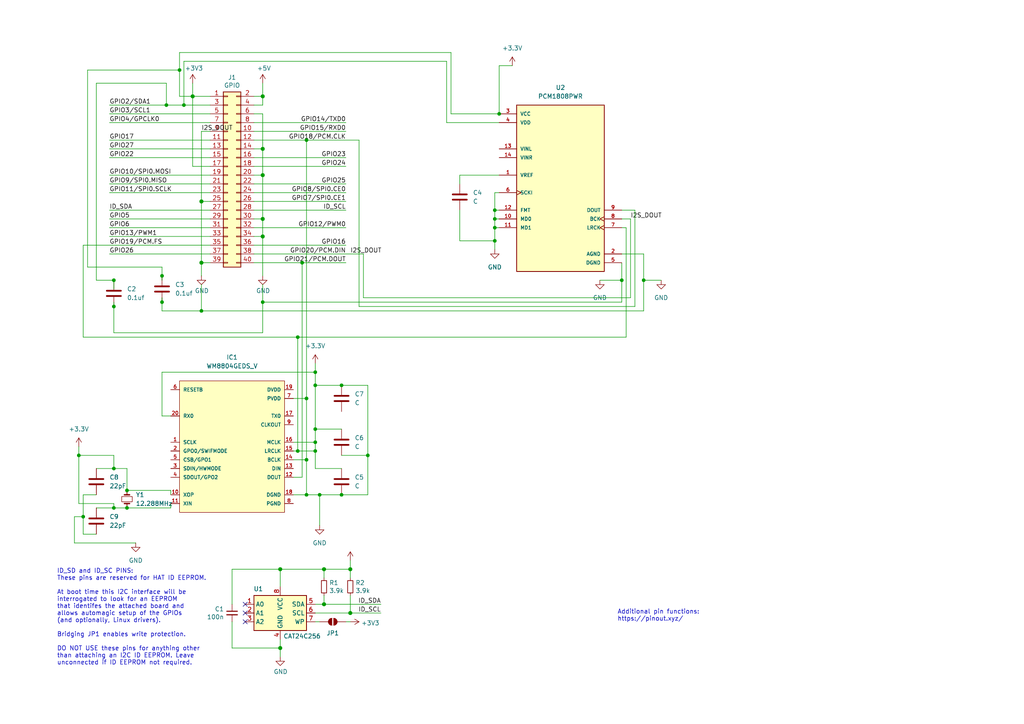
<source format=kicad_sch>
(kicad_sch (version 20250114) (generator "eeschema") (generator_version "9.0")
  (paper "A4")
  (title_block (date "15 nov 2012"))
  (lib_symbols
    (symbol "Connector_Generic:Conn_02x20_Odd_Even" (pin_names (offset 1.016) (hide yes))
      (property "Reference" "J" (at 1.27 25.4 0))
      (property "Value" "Conn_02x20_Odd_Even" (at 1.27 -27.94 0))
      (symbol "Conn_02x20_Odd_Even_1_1"
        (rectangle (start -1.27 24.13) (end 3.81 -26.67) (stroke (width 0.254)) (fill (type background)))
        (rectangle (start -1.27 22.987) (end 0 22.733) (stroke (width 0.1524)))
        (rectangle (start -1.27 20.447) (end 0 20.193) (stroke (width 0.1524)))
        (rectangle (start -1.27 17.907) (end 0 17.653) (stroke (width 0.1524)))
        (rectangle (start -1.27 15.367) (end 0 15.113) (stroke (width 0.1524)))
        (rectangle (start -1.27 12.827) (end 0 12.573) (stroke (width 0.1524)))
        (rectangle (start -1.27 10.287) (end 0 10.033) (stroke (width 0.1524)))
        (rectangle (start -1.27 7.747) (end 0 7.493) (stroke (width 0.1524)))
        (rectangle (start -1.27 5.207) (end 0 4.953) (stroke (width 0.1524)))
        (rectangle (start -1.27 2.667) (end 0 2.413) (stroke (width 0.1524)))
        (rectangle (start -1.27 0.127) (end 0 -0.127) (stroke (width 0.1524)))
        (rectangle (start -1.27 -2.413) (end 0 -2.667) (stroke (width 0.1524)))
        (rectangle (start -1.27 -4.953) (end 0 -5.207) (stroke (width 0.1524)))
        (rectangle (start -1.27 -7.493) (end 0 -7.747) (stroke (width 0.1524)))
        (rectangle (start -1.27 -10.033) (end 0 -10.287) (stroke (width 0.1524)))
        (rectangle (start -1.27 -12.573) (end 0 -12.827) (stroke (width 0.1524)))
        (rectangle (start -1.27 -15.113) (end 0 -15.367) (stroke (width 0.1524)))
        (rectangle (start -1.27 -17.653) (end 0 -17.907) (stroke (width 0.1524)))
        (rectangle (start -1.27 -20.193) (end 0 -20.447) (stroke (width 0.1524)))
        (rectangle (start -1.27 -22.733) (end 0 -22.987) (stroke (width 0.1524)))
        (rectangle (start -1.27 -25.273) (end 0 -25.527) (stroke (width 0.1524)))
        (rectangle (start 3.81 22.987) (end 2.54 22.733) (stroke (width 0.1524)))
        (rectangle (start 3.81 20.447) (end 2.54 20.193) (stroke (width 0.1524)))
        (rectangle (start 3.81 17.907) (end 2.54 17.653) (stroke (width 0.1524)))
        (rectangle (start 3.81 15.367) (end 2.54 15.113) (stroke (width 0.1524)))
        (rectangle (start 3.81 12.827) (end 2.54 12.573) (stroke (width 0.1524)))
        (rectangle (start 3.81 10.287) (end 2.54 10.033) (stroke (width 0.1524)))
        (rectangle (start 3.81 7.747) (end 2.54 7.493) (stroke (width 0.1524)))
        (rectangle (start 3.81 5.207) (end 2.54 4.953) (stroke (width 0.1524)))
        (rectangle (start 3.81 2.667) (end 2.54 2.413) (stroke (width 0.1524)))
        (rectangle (start 3.81 0.127) (end 2.54 -0.127) (stroke (width 0.1524)))
        (rectangle (start 3.81 -2.413) (end 2.54 -2.667) (stroke (width 0.1524)))
        (rectangle (start 3.81 -4.953) (end 2.54 -5.207) (stroke (width 0.1524)))
        (rectangle (start 3.81 -7.493) (end 2.54 -7.747) (stroke (width 0.1524)))
        (rectangle (start 3.81 -10.033) (end 2.54 -10.287) (stroke (width 0.1524)))
        (rectangle (start 3.81 -12.573) (end 2.54 -12.827) (stroke (width 0.1524)))
        (rectangle (start 3.81 -15.113) (end 2.54 -15.367) (stroke (width 0.1524)))
        (rectangle (start 3.81 -17.653) (end 2.54 -17.907) (stroke (width 0.1524)))
        (rectangle (start 3.81 -20.193) (end 2.54 -20.447) (stroke (width 0.1524)))
        (rectangle (start 3.81 -22.733) (end 2.54 -22.987) (stroke (width 0.1524)))
        (rectangle (start 3.81 -25.273) (end 2.54 -25.527) (stroke (width 0.1524)))
        (pin passive line (at -5.08 22.86 0) (length 3.81) (name "Pin_1") (number "1"))
        (pin passive line (at -5.08 20.32 0) (length 3.81) (name "Pin_3") (number "3"))
        (pin passive line (at -5.08 17.78 0) (length 3.81) (name "Pin_5") (number "5"))
        (pin passive line (at -5.08 15.24 0) (length 3.81) (name "Pin_7") (number "7"))
        (pin passive line (at -5.08 12.7 0) (length 3.81) (name "Pin_9") (number "9"))
        (pin passive line (at -5.08 10.16 0) (length 3.81) (name "Pin_11") (number "11"))
        (pin passive line (at -5.08 7.62 0) (length 3.81) (name "Pin_13") (number "13"))
        (pin passive line (at -5.08 5.08 0) (length 3.81) (name "Pin_15") (number "15"))
        (pin passive line (at -5.08 2.54 0) (length 3.81) (name "Pin_17") (number "17"))
        (pin passive line (at -5.08 0 0) (length 3.81) (name "Pin_19") (number "19"))
        (pin passive line (at -5.08 -2.54 0) (length 3.81) (name "Pin_21") (number "21"))
        (pin passive line (at -5.08 -5.08 0) (length 3.81) (name "Pin_23") (number "23"))
        (pin passive line (at -5.08 -7.62 0) (length 3.81) (name "Pin_25") (number "25"))
        (pin passive line (at -5.08 -10.16 0) (length 3.81) (name "Pin_27") (number "27"))
        (pin passive line (at -5.08 -12.7 0) (length 3.81) (name "Pin_29") (number "29"))
        (pin passive line (at -5.08 -15.24 0) (length 3.81) (name "Pin_31") (number "31"))
        (pin passive line (at -5.08 -17.78 0) (length 3.81) (name "Pin_33") (number "33"))
        (pin passive line (at -5.08 -20.32 0) (length 3.81) (name "Pin_35") (number "35"))
        (pin passive line (at -5.08 -22.86 0) (length 3.81) (name "Pin_37") (number "37"))
        (pin passive line (at -5.08 -25.4 0) (length 3.81) (name "Pin_39") (number "39"))
        (pin passive line (at 7.62 22.86 180) (length 3.81) (name "Pin_2") (number "2"))
        (pin passive line (at 7.62 20.32 180) (length 3.81) (name "Pin_4") (number "4"))
        (pin passive line (at 7.62 17.78 180) (length 3.81) (name "Pin_6") (number "6"))
        (pin passive line (at 7.62 15.24 180) (length 3.81) (name "Pin_8") (number "8"))
        (pin passive line (at 7.62 12.7 180) (length 3.81) (name "Pin_10") (number "10"))
        (pin passive line (at 7.62 10.16 180) (length 3.81) (name "Pin_12") (number "12"))
        (pin passive line (at 7.62 7.62 180) (length 3.81) (name "Pin_14") (number "14"))
        (pin passive line (at 7.62 5.08 180) (length 3.81) (name "Pin_16") (number "16"))
        (pin passive line (at 7.62 2.54 180) (length 3.81) (name "Pin_18") (number "18"))
        (pin passive line (at 7.62 0 180) (length 3.81) (name "Pin_20") (number "20"))
        (pin passive line (at 7.62 -2.54 180) (length 3.81) (name "Pin_22") (number "22"))
        (pin passive line (at 7.62 -5.08 180) (length 3.81) (name "Pin_24") (number "24"))
        (pin passive line (at 7.62 -7.62 180) (length 3.81) (name "Pin_26") (number "26"))
        (pin passive line (at 7.62 -10.16 180) (length 3.81) (name "Pin_28") (number "28"))
        (pin passive line (at 7.62 -12.7 180) (length 3.81) (name "Pin_30") (number "30"))
        (pin passive line (at 7.62 -15.24 180) (length 3.81) (name "Pin_32") (number "32"))
        (pin passive line (at 7.62 -17.78 180) (length 3.81) (name "Pin_34") (number "34"))
        (pin passive line (at 7.62 -20.32 180) (length 3.81) (name "Pin_36") (number "36"))
        (pin passive line (at 7.62 -22.86 180) (length 3.81) (name "Pin_38") (number "38"))
        (pin passive line (at 7.62 -25.4 180) (length 3.81) (name "Pin_40") (number "40"))
      )
    )
    (symbol "Device:C" (pin_numbers (hide yes)) (pin_names (offset 0.254))
      (property "Reference" "C" (at 0.635 2.54 0))
      (property "Value" "C" (at 0.635 -2.54 0))
      (symbol "C_0_1"
        (polyline (pts (xy -2.032 0.762) (xy 2.032 0.762)) (stroke (width 0.508)))
        (polyline (pts (xy -2.032 -0.762) (xy 2.032 -0.762)) (stroke (width 0.508)))
      )
      (symbol "C_1_1"
        (pin passive line (at 0 3.81 270) (length 2.794) (name "~") (number "1"))
        (pin passive line (at 0 -3.81 90) (length 2.794) (name "~") (number "2"))
      )
    )
    (symbol "Device:C_Small" (pin_numbers (hide yes)) (pin_names (offset 0.254) (hide yes))
      (property "Reference" "C" (at 0.254 1.778 0))
      (property "Value" "C_Small" (at 0.254 -2.032 0))
      (symbol "C_Small_0_1"
        (polyline (pts (xy -1.524 0.508) (xy 1.524 0.508)) (stroke (width 0.3048)))
        (polyline (pts (xy -1.524 -0.508) (xy 1.524 -0.508)) (stroke (width 0.3302)))
      )
      (symbol "C_Small_1_1"
        (pin passive line (at 0 2.54 270) (length 2.032) (name "~") (number "1"))
        (pin passive line (at 0 -2.54 90) (length 2.032) (name "~") (number "2"))
      )
    )
    (symbol "Device:Crystal_Small" (pin_numbers (hide yes)) (pin_names (offset 1.016) (hide yes))
      (property "Reference" "Y" (at 0 2.54 0))
      (property "Value" "Crystal_Small" (at 0 -2.54 0))
      (symbol "Crystal_Small_0_1"
        (polyline (pts (xy -1.27 -0.762) (xy -1.27 0.762)) (stroke (width 0.381)))
        (rectangle (start -0.762 -1.524) (end 0.762 1.524))
        (polyline (pts (xy 1.27 -0.762) (xy 1.27 0.762)) (stroke (width 0.381)))
      )
      (symbol "Crystal_Small_1_1"
        (pin passive line (at -2.54 0 0) (length 1.27) (name "1") (number "1"))
        (pin passive line (at 2.54 0 180) (length 1.27) (name "2") (number "2"))
      )
    )
    (symbol "Device:R_Small" (pin_numbers (hide yes)) (pin_names (offset 0.254) (hide yes))
      (property "Reference" "R" (at 0.762 0.508 0))
      (property "Value" "R_Small" (at 0.762 -1.016 0))
      (symbol "R_Small_0_1"
        (rectangle (start -0.762 1.778) (end 0.762 -1.778) (stroke (width 0.2032)))
      )
      (symbol "R_Small_1_1"
        (pin passive line (at 0 2.54 270) (length 0.762) (name "~") (number "1"))
        (pin passive line (at 0 -2.54 90) (length 0.762) (name "~") (number "2"))
      )
    )
    (symbol "Jumper:SolderJumper_2_Open" (pin_numbers (hide yes)) (pin_names (offset 0) (hide yes)) (exclude_from_sim yes) (in_bom no)
      (property "Reference" "JP" (at 0 2.032 0))
      (property "Value" "SolderJumper_2_Open" (at 0 -2.54 0))
      (symbol "SolderJumper_2_Open_0_1"
        (polyline (pts (xy -0.254 1.016) (xy -0.254 -1.016)))
        (arc (start -0.254 -1.016) (mid -1.2656 0) (end -0.254 1.016))
        (arc (start -0.254 -1.016) (mid -1.2656 0) (end -0.254 1.016) (fill (type outline)))
        (arc (start 0.254 1.016) (mid 1.2656 0) (end 0.254 -1.016))
        (arc (start 0.254 1.016) (mid 1.2656 0) (end 0.254 -1.016) (fill (type outline)))
        (polyline (pts (xy 0.254 1.016) (xy 0.254 -1.016)))
      )
      (symbol "SolderJumper_2_Open_1_1"
        (pin passive line (at -3.81 0 0) (length 2.54) (name "A") (number "1"))
        (pin passive line (at 3.81 0 180) (length 2.54) (name "B") (number "2"))
      )
    )
    (symbol "Memory_EEPROM:CAT24C256"
      (property "Reference" "U" (at -6.35 6.35 0))
      (property "Value" "CAT24C256" (at 1.27 6.35 0))
      (symbol "CAT24C256_1_1"
        (rectangle (start -7.62 5.08) (end 7.62 -5.08) (stroke (width 0.254)) (fill (type background)))
        (pin input line (at -10.16 2.54 0) (length 2.54) (name "A0") (number "1"))
        (pin input line (at -10.16 0 0) (length 2.54) (name "A1") (number "2"))
        (pin input line (at -10.16 -2.54 0) (length 2.54) (name "A2") (number "3"))
        (pin power_in line (at 0 7.62 270) (length 2.54) (name "VCC") (number "8"))
        (pin power_in line (at 0 -7.62 90) (length 2.54) (name "GND") (number "4"))
        (pin bidirectional line (at 10.16 2.54 180) (length 2.54) (name "SDA") (number "5"))
        (pin input line (at 10.16 0 180) (length 2.54) (name "SCL") (number "6"))
        (pin input line (at 10.16 -2.54 180) (length 2.54) (name "WP") (number "7"))
      )
    )
    (symbol "PCM1808PWR:PCM1808PWR" (pin_names (offset 1.016))
      (property "Reference" "U" (at -12.7 24.13 0))
      (property "Value" "PCM1808PWR" (at -12.7 -27.94 0))
      (symbol "PCM1808PWR_0_0"
        (rectangle (start -12.7 -25.4) (end 12.7 22.86) (stroke (width 0.254)) (fill (type background)))
        (pin power_in line (at -17.78 20.32 0) (length 5.08) (name "VCC") (number "3"))
        (pin power_in line (at -17.78 17.78 0) (length 5.08) (name "VDD") (number "4"))
        (pin input line (at -17.78 10.16 0) (length 5.08) (name "VINL") (number "13"))
        (pin input line (at -17.78 7.62 0) (length 5.08) (name "VINR") (number "14"))
        (pin input line (at -17.78 2.54 0) (length 5.08) (name "VREF") (number "1"))
        (pin input clock (at -17.78 -2.54 0) (length 5.08) (name "SCKI") (number "6"))
        (pin input line (at -17.78 -7.62 0) (length 5.08) (name "FMT") (number "12"))
        (pin input line (at -17.78 -10.16 0) (length 5.08) (name "MD0") (number "10"))
        (pin input line (at -17.78 -12.7 0) (length 5.08) (name "MD1") (number "11"))
        (pin output line (at 17.78 -7.62 180) (length 5.08) (name "DOUT") (number "9"))
        (pin bidirectional clock (at 17.78 -10.16 180) (length 5.08) (name "BCK") (number "8"))
        (pin bidirectional clock (at 17.78 -12.7 180) (length 5.08) (name "LRCK") (number "7"))
        (pin power_in line (at 17.78 -20.32 180) (length 5.08) (name "AGND") (number "2"))
        (pin power_in line (at 17.78 -22.86 180) (length 5.08) (name "DGND") (number "5"))
      )
    )
    (symbol "WM8804GEDS_V:WM8804GEDS_V" (pin_names (offset 1.016))
      (property "Reference" "IC" (at -15.24 13.97 0))
      (property "Value" "WM8804GEDS_V" (at -15.24 -27.94 0))
      (symbol "WM8804GEDS_V_0_0"
        (rectangle (start -15.24 -25.4) (end 15.24 12.7) (stroke (width 0.1524)) (fill (type background)))
        (pin bidirectional line (at -17.78 10.16 0) (length 2.54) (name "RESETB") (number "6"))
        (pin bidirectional line (at -17.78 2.54 0) (length 2.54) (name "RX0") (number "20"))
        (pin bidirectional line (at -17.78 -5.08 0) (length 2.54) (name "SCLK") (number "1"))
        (pin bidirectional line (at -17.78 -7.62 0) (length 2.54) (name "GPO0/SWIFMODE") (number "2"))
        (pin bidirectional line (at -17.78 -10.16 0) (length 2.54) (name "CSB/GPO1") (number "5"))
        (pin bidirectional line (at -17.78 -12.7 0) (length 2.54) (name "SDIN/HWMODE") (number "3"))
        (pin bidirectional line (at -17.78 -15.24 0) (length 2.54) (name "SDOUT/GPO2") (number "4"))
        (pin bidirectional line (at -17.78 -20.32 0) (length 2.54) (name "XOP") (number "10"))
        (pin bidirectional line (at -17.78 -22.86 0) (length 2.54) (name "XIN") (number "11"))
        (pin bidirectional line (at 17.78 10.16 180) (length 2.54) (name "DVDD") (number "19"))
        (pin bidirectional line (at 17.78 7.62 180) (length 2.54) (name "PVDD") (number "7"))
        (pin bidirectional line (at 17.78 2.54 180) (length 2.54) (name "TX0") (number "17"))
        (pin bidirectional line (at 17.78 0 180) (length 2.54) (name "CLKOUT") (number "9"))
        (pin bidirectional line (at 17.78 -5.08 180) (length 2.54) (name "MCLK") (number "16"))
        (pin bidirectional line (at 17.78 -7.62 180) (length 2.54) (name "LRCLK") (number "15"))
        (pin bidirectional line (at 17.78 -10.16 180) (length 2.54) (name "BCLK") (number "14"))
        (pin bidirectional line (at 17.78 -12.7 180) (length 2.54) (name "DIN") (number "13"))
        (pin bidirectional line (at 17.78 -15.24 180) (length 2.54) (name "DOUT") (number "12"))
        (pin bidirectional line (at 17.78 -20.32 180) (length 2.54) (name "DGND") (number "18"))
        (pin bidirectional line (at 17.78 -22.86 180) (length 2.54) (name "PGND") (number "8"))
      )
    )
    (symbol "power:+3.3V" (power) (pin_numbers (hide yes)) (pin_names (offset 0) (hide yes))
      (property "Value" "+3.3V" (at 0 3.556 0))
      (symbol "+3.3V_0_1"
        (polyline (pts (xy -0.762 1.27) (xy 0 2.54)))
        (polyline (pts (xy 0 2.54) (xy 0.762 1.27)))
        (polyline (pts (xy 0 0) (xy 0 2.54)))
      )
      (symbol "+3.3V_1_1"
        (pin power_in line (at 0 0 90) (length 0) (name "~") (number "1"))
      )
    )
    (symbol "power:+5V" (power) (pin_numbers (hide yes)) (pin_names (offset 0) (hide yes))
      (property "Value" "+5V" (at 0 3.556 0))
      (symbol "+5V_0_1"
        (polyline (pts (xy -0.762 1.27) (xy 0 2.54)))
        (polyline (pts (xy 0 2.54) (xy 0.762 1.27)))
        (polyline (pts (xy 0 0) (xy 0 2.54)))
      )
      (symbol "+5V_1_1"
        (pin power_in line (at 0 0 90) (length 0) (name "~") (number "1"))
      )
    )
    (symbol "power:GND" (power) (pin_numbers (hide yes)) (pin_names (offset 0) (hide yes))
      (property "Value" "GND" (at 0 -3.81 0))
      (symbol "GND_0_1"
        (polyline (pts (xy 0 0) (xy 0 -1.27) (xy 1.27 -1.27) (xy 0 -2.54) (xy -1.27 -1.27) (xy 0 -1.27)))
      )
      (symbol "GND_1_1"
        (pin power_in line (at 0 0 270) (length 0) (name "~") (number "1"))
      )
    )
  )
  (text "Additional pin functions:\nhttps://pinout.xyz/" (at 179.07 180.34 0) (effects (font (size 1.27 1.27)) (justify left bottom)))
  (text "ID_SD and ID_SC PINS:\nThese pins are reserved for HAT ID EEPROM.\n\nAt boot time this I2C interface will be\ninterrogated to look for an EEPROM\nthat identifes the attached board and\nallows automagic setup of the GPIOs\n(and optionally, Linux drivers).\n\nBridging JP1 enables write protection.\n\nDO NOT USE these pins for anything other\nthan attaching an I2C ID EEPROM. Leave\nunconnected if ID EEPROM not required." (at 16.51 193.04 0) (effects (font (size 1.27 1.27)) (justify left bottom)))
  (junction (at 93.98 175.26) (diameter 1.016))
  (junction (at 76.2 27.94) (diameter 1.016))
  (junction (at 81.28 187.96) (diameter 1.016))
  (junction (at 143.51 63.5))
  (junction (at 33.02 147.32))
  (junction (at 76.2 43.18) (diameter 1.016))
  (junction (at 81.28 165.1) (diameter 1.016))
  (junction (at 36.83 147.32))
  (junction (at 143.51 69.85))
  (junction (at 33.02 135.89))
  (junction (at 88.9 40.64))
  (junction (at 99.06 143.51))
  (junction (at 101.6 165.1) (diameter 1.016))
  (junction (at 52.07 20.32))
  (junction (at 88.9 115.57))
  (junction (at 106.68 132.08))
  (junction (at 88.9 133.35))
  (junction (at 58.42 76.2) (diameter 1.016))
  (junction (at 180.34 81.28))
  (junction (at 91.44 107.95))
  (junction (at 58.42 58.42) (diameter 1.016))
  (junction (at 46.99 87.63))
  (junction (at 53.34 30.48))
  (junction (at 36.83 142.24))
  (junction (at 76.2 68.58) (diameter 1.016))
  (junction (at 86.36 130.81))
  (junction (at 99.06 111.76))
  (junction (at 144.78 33.02))
  (junction (at 46.99 80.01))
  (junction (at 48.26 30.48))
  (junction (at 186.69 81.28))
  (junction (at 58.42 90.17))
  (junction (at 143.51 66.04))
  (junction (at 76.2 63.5) (diameter 1.016))
  (junction (at 91.44 130.81))
  (junction (at 87.63 76.2))
  (junction (at 76.2 87.63))
  (junction (at 76.2 50.8) (diameter 1.016))
  (junction (at 91.44 128.27))
  (junction (at 33.02 81.28))
  (junction (at 101.6 177.8) (diameter 1.016))
  (junction (at 91.44 124.46))
  (junction (at 22.86 132.08))
  (junction (at 24.13 149.86))
  (junction (at 91.44 111.76))
  (junction (at 88.9 143.51))
  (junction (at 143.51 60.96))
  (junction (at 86.36 97.79))
  (junction (at 92.71 143.51))
  (junction (at 33.02 88.9))
  (junction (at 55.88 27.94) (diameter 1.016))
  (junction (at 93.98 165.1) (diameter 1.016))
  (no_connect (at 71.12 175.26))
  (no_connect (at 71.12 177.8))
  (no_connect (at 71.12 180.34))
  (wire (pts (xy 144.78 55.88) (xy 143.51 55.88)))
  (wire (pts (xy 58.42 58.42) (xy 58.42 76.2)))
  (wire (pts (xy 73.66 58.42) (xy 100.33 58.42)))
  (wire (pts (xy 73.66 73.66) (xy 105.41 73.66)))
  (wire (pts (xy 27.94 147.32) (xy 33.02 147.32)))
  (wire (pts (xy 60.96 40.64) (xy 31.75 40.64)))
  (wire (pts (xy 81.28 165.1) (xy 93.98 165.1)))
  (wire (pts (xy 101.6 165.1) (xy 93.98 165.1)))
  (wire (pts (xy 101.6 167.64) (xy 101.6 165.1)))
  (wire (pts (xy 24.13 154.94) (xy 24.13 149.86)))
  (wire (pts (xy 76.2 33.02) (xy 76.2 43.18)))
  (wire (pts (xy 33.02 87.63) (xy 33.02 88.9)))
  (wire (pts (xy 76.2 50.8) (xy 73.66 50.8)))
  (wire (pts (xy 105.41 86.36) (xy 182.88 86.36)))
  (wire (pts (xy 46.99 80.01) (xy 46.99 81.28)))
  (wire (pts (xy 24.13 149.86) (xy 24.13 143.51)))
  (wire (pts (xy 52.07 27.94) (xy 52.07 20.32)))
  (wire (pts (xy 76.2 63.5) (xy 76.2 68.58)))
  (wire (pts (xy 27.94 154.94) (xy 24.13 154.94)))
  (wire (pts (xy 27.94 135.89) (xy 33.02 135.89)))
  (wire (pts (xy 46.99 86.36) (xy 46.99 87.63)))
  (wire (pts (xy 181.61 66.04) (xy 181.61 97.79)))
  (wire (pts (xy 91.44 130.81) (xy 91.44 135.89)))
  (wire (pts (xy 180.34 73.66) (xy 186.69 73.66)))
  (wire (pts (xy 33.02 135.89) (xy 36.83 135.89)))
  (wire (pts (xy 76.2 50.8) (xy 76.2 63.5)))
  (wire (pts (xy 73.66 35.56) (xy 100.33 35.56)))
  (wire (pts (xy 46.99 87.63) (xy 46.99 90.17)))
  (wire (pts (xy 58.42 38.1) (xy 58.42 58.42)))
  (wire (pts (xy 25.4 77.47) (xy 25.4 20.32)))
  (wire (pts (xy 186.69 90.17) (xy 186.69 81.28)))
  (wire (pts (xy 91.44 175.26) (xy 93.98 175.26)))
  (wire (pts (xy 93.98 175.26) (xy 110.49 175.26)))
  (wire (pts (xy 88.9 40.64) (xy 104.14 40.64)))
  (wire (pts (xy 21.59 149.86) (xy 24.13 149.86)))
  (wire (pts (xy 55.88 27.94) (xy 52.07 27.94)))
  (wire (pts (xy 181.61 97.79) (xy 86.36 97.79)))
  (wire (pts (xy 91.44 180.34) (xy 92.71 180.34)))
  (wire (pts (xy 100.33 180.34) (xy 101.6 180.34)))
  (wire (pts (xy 186.69 81.28) (xy 191.77 81.28)))
  (wire (pts (xy 87.63 76.2) (xy 100.33 76.2)))
  (wire (pts (xy 73.66 55.88) (xy 100.33 55.88)))
  (wire (pts (xy 48.26 24.13) (xy 27.94 24.13)))
  (wire (pts (xy 60.96 60.96) (xy 31.75 60.96)))
  (wire (pts (xy 49.53 120.65) (xy 46.99 120.65)))
  (wire (pts (xy 73.66 40.64) (xy 88.9 40.64)))
  (wire (pts (xy 36.83 135.89) (xy 36.83 142.24)))
  (wire (pts (xy 85.09 133.35) (xy 88.9 133.35)))
  (wire (pts (xy 31.75 63.5) (xy 60.96 63.5)))
  (wire (pts (xy 184.15 60.96) (xy 184.15 88.9)))
  (wire (pts (xy 48.26 30.48) (xy 31.75 30.48)))
  (wire (pts (xy 88.9 143.51) (xy 92.71 143.51)))
  (wire (pts (xy 144.78 19.05) (xy 144.78 33.02)))
  (wire (pts (xy 58.42 58.42) (xy 60.96 58.42)))
  (wire (pts (xy 101.6 162.56) (xy 101.6 165.1)))
  (wire (pts (xy 86.36 130.81) (xy 91.44 130.81)))
  (wire (pts (xy 73.66 45.72) (xy 100.33 45.72)))
  (wire (pts (xy 81.28 165.1) (xy 81.28 170.18)))
  (wire (pts (xy 53.34 17.78) (xy 129.54 17.78)))
  (wire (pts (xy 105.41 73.66) (xy 105.41 86.36)))
  (wire (pts (xy 73.66 76.2) (xy 87.63 76.2)))
  (wire (pts (xy 58.42 76.2) (xy 58.42 80.01)))
  (wire (pts (xy 31.75 43.18) (xy 60.96 43.18)))
  (wire (pts (xy 101.6 172.72) (xy 101.6 177.8)))
  (wire (pts (xy 186.69 81.28) (xy 186.69 73.66)))
  (wire (pts (xy 55.88 24.13) (xy 55.88 27.94)))
  (wire (pts (xy 91.44 111.76) (xy 99.06 111.76)))
  (wire (pts (xy 25.4 20.32) (xy 52.07 20.32)))
  (wire (pts (xy 36.83 142.24) (xy 49.53 142.24)))
  (wire (pts (xy 144.78 50.8) (xy 133.35 50.8)))
  (wire (pts (xy 180.34 66.04) (xy 181.61 66.04)))
  (wire (pts (xy 133.35 69.85) (xy 143.51 69.85)))
  (wire (pts (xy 144.78 35.56) (xy 129.54 35.56)))
  (wire (pts (xy 104.14 40.64) (xy 104.14 88.9)))
  (wire (pts (xy 46.99 77.47) (xy 46.99 80.01)))
  (wire (pts (xy 76.2 68.58) (xy 73.66 68.58)))
  (wire (pts (xy 91.44 111.76) (xy 91.44 124.46)))
  (wire (pts (xy 21.59 157.48) (xy 39.37 157.48)))
  (wire (pts (xy 24.13 71.12) (xy 60.96 71.12)))
  (wire (pts (xy 143.51 66.04) (xy 143.51 69.85)))
  (wire (pts (xy 31.75 33.02) (xy 60.96 33.02)))
  (wire (pts (xy 31.75 55.88) (xy 60.96 55.88)))
  (wire (pts (xy 88.9 40.64) (xy 88.9 115.57)))
  (wire (pts (xy 184.15 88.9) (xy 104.14 88.9)))
  (wire (pts (xy 55.88 48.26) (xy 60.96 48.26)))
  (wire (pts (xy 173.99 81.28) (xy 180.34 81.28)))
  (wire (pts (xy 33.02 147.32) (xy 36.83 147.32)))
  (wire (pts (xy 148.59 19.05) (xy 144.78 19.05)))
  (wire (pts (xy 60.96 30.48) (xy 53.34 30.48)))
  (wire (pts (xy 58.42 38.1) (xy 60.96 38.1)))
  (wire (pts (xy 22.86 146.05) (xy 22.86 132.08)))
  (wire (pts (xy 76.2 27.94) (xy 76.2 30.48)))
  (wire (pts (xy 33.02 132.08) (xy 22.86 132.08)))
  (wire (pts (xy 76.2 43.18) (xy 76.2 50.8)))
  (wire (pts (xy 91.44 135.89) (xy 99.06 135.89)))
  (wire (pts (xy 76.2 96.52) (xy 76.2 87.63)))
  (wire (pts (xy 58.42 82.55) (xy 58.42 90.17)))
  (wire (pts (xy 76.2 43.18) (xy 73.66 43.18)))
  (wire (pts (xy 22.86 132.08) (xy 22.86 129.54)))
  (wire (pts (xy 76.2 24.13) (xy 76.2 27.94)))
  (wire (pts (xy 99.06 111.76) (xy 106.68 111.76)))
  (wire (pts (xy 31.75 35.56) (xy 60.96 35.56)))
  (wire (pts (xy 33.02 81.28) (xy 33.02 83.82)))
  (wire (pts (xy 129.54 35.56) (xy 129.54 17.78)))
  (wire (pts (xy 58.42 90.17) (xy 186.69 90.17)))
  (wire (pts (xy 93.98 165.1) (xy 93.98 167.64)))
  (wire (pts (xy 76.2 27.94) (xy 73.66 27.94)))
  (wire (pts (xy 53.34 30.48) (xy 48.26 30.48)))
  (wire (pts (xy 55.88 27.94) (xy 55.88 48.26)))
  (wire (pts (xy 52.07 15.24) (xy 130.81 15.24)))
  (wire (pts (xy 73.66 48.26) (xy 100.33 48.26)))
  (wire (pts (xy 46.99 77.47) (xy 25.4 77.47)))
  (wire (pts (xy 49.53 142.24) (xy 49.53 143.51)))
  (wire (pts (xy 73.66 38.1) (xy 100.33 38.1)))
  (wire (pts (xy 33.02 96.52) (xy 76.2 96.52)))
  (wire (pts (xy 93.98 172.72) (xy 93.98 175.26)))
  (wire (pts (xy 85.09 115.57) (xy 88.9 115.57)))
  (wire (pts (xy 33.02 88.9) (xy 33.02 96.52)))
  (wire (pts (xy 91.44 177.8) (xy 101.6 177.8)))
  (wire (pts (xy 101.6 177.8) (xy 110.49 177.8)))
  (wire (pts (xy 91.44 124.46) (xy 91.44 128.27)))
  (wire (pts (xy 76.2 82.55) (xy 76.2 87.63)))
  (wire (pts (xy 31.75 45.72) (xy 60.96 45.72)))
  (wire (pts (xy 31.75 53.34) (xy 60.96 53.34)))
  (wire (pts (xy 133.35 50.8) (xy 133.35 53.34)))
  (wire (pts (xy 36.83 147.32) (xy 49.53 147.32)))
  (wire (pts (xy 48.26 30.48) (xy 48.26 24.13)))
  (wire (pts (xy 88.9 115.57) (xy 88.9 133.35)))
  (wire (pts (xy 143.51 69.85) (xy 143.51 72.39)))
  (wire (pts (xy 180.34 63.5) (xy 182.88 63.5)))
  (wire (pts (xy 33.02 135.89) (xy 33.02 132.08)))
  (wire (pts (xy 85.09 143.51) (xy 88.9 143.51)))
  (wire (pts (xy 31.75 66.04) (xy 60.96 66.04)))
  (wire (pts (xy 106.68 132.08) (xy 106.68 111.76)))
  (wire (pts (xy 143.51 66.04) (xy 144.78 66.04)))
  (wire (pts (xy 76.2 30.48) (xy 73.66 30.48)))
  (wire (pts (xy 33.02 147.32) (xy 33.02 146.05)))
  (wire (pts (xy 106.68 143.51) (xy 106.68 132.08)))
  (wire (pts (xy 73.66 71.12) (xy 100.33 71.12)))
  (wire (pts (xy 49.53 147.32) (xy 49.53 146.05)))
  (wire (pts (xy 73.66 66.04) (xy 100.33 66.04)))
  (wire (pts (xy 58.42 76.2) (xy 60.96 76.2)))
  (wire (pts (xy 86.36 97.79) (xy 86.36 130.81)))
  (wire (pts (xy 143.51 60.96) (xy 144.78 60.96)))
  (wire (pts (xy 143.51 55.88) (xy 143.51 60.96)))
  (wire (pts (xy 86.36 97.79) (xy 24.13 97.79)))
  (wire (pts (xy 21.59 157.48) (xy 21.59 149.86)))
  (wire (pts (xy 76.2 33.02) (xy 73.66 33.02)))
  (wire (pts (xy 31.75 73.66) (xy 60.96 73.66)))
  (wire (pts (xy 180.34 81.28) (xy 180.34 87.63)))
  (wire (pts (xy 52.07 20.32) (xy 52.07 15.24)))
  (wire (pts (xy 33.02 146.05) (xy 22.86 146.05)))
  (wire (pts (xy 180.34 60.96) (xy 184.15 60.96)))
  (wire (pts (xy 24.13 97.79) (xy 24.13 71.12)))
  (wire (pts (xy 91.44 107.95) (xy 91.44 111.76)))
  (wire (pts (xy 24.13 143.51) (xy 27.94 143.51)))
  (wire (pts (xy 91.44 107.95) (xy 91.44 105.41)))
  (wire (pts (xy 46.99 107.95) (xy 91.44 107.95)))
  (wire (pts (xy 85.09 130.81) (xy 86.36 130.81)))
  (wire (pts (xy 92.71 152.4) (xy 92.71 143.51)))
  (wire (pts (xy 67.31 165.1) (xy 67.31 175.26)))
  (wire (pts (xy 67.31 180.34) (xy 67.31 187.96)))
  (wire (pts (xy 67.31 187.96) (xy 81.28 187.96)))
  (wire (pts (xy 81.28 165.1) (xy 67.31 165.1)))
  (wire (pts (xy 106.68 132.08) (xy 99.06 132.08)))
  (wire (pts (xy 182.88 86.36) (xy 182.88 63.5)))
  (wire (pts (xy 85.09 128.27) (xy 91.44 128.27)))
  (wire (pts (xy 81.28 185.42) (xy 81.28 187.96)))
  (wire (pts (xy 81.28 187.96) (xy 81.28 190.5)))
  (wire (pts (xy 143.51 63.5) (xy 143.51 66.04)))
  (wire (pts (xy 46.99 120.65) (xy 46.99 107.95)))
  (wire (pts (xy 58.42 90.17) (xy 46.99 90.17)))
  (wire (pts (xy 85.09 138.43) (xy 87.63 138.43)))
  (wire (pts (xy 76.2 68.58) (xy 76.2 80.01)))
  (wire (pts (xy 180.34 76.2) (xy 180.34 81.28)))
  (wire (pts (xy 73.66 53.34) (xy 100.33 53.34)))
  (wire (pts (xy 60.96 68.58) (xy 31.75 68.58)))
  (wire (pts (xy 27.94 24.13) (xy 27.94 81.28)))
  (wire (pts (xy 133.35 60.96) (xy 133.35 69.85)))
  (wire (pts (xy 99.06 143.51) (xy 106.68 143.51)))
  (wire (pts (xy 76.2 87.63) (xy 180.34 87.63)))
  (wire (pts (xy 91.44 124.46) (xy 99.06 124.46)))
  (wire (pts (xy 53.34 17.78) (xy 53.34 30.48)))
  (wire (pts (xy 76.2 63.5) (xy 73.66 63.5)))
  (wire (pts (xy 130.81 33.02) (xy 144.78 33.02)))
  (wire (pts (xy 130.81 15.24) (xy 130.81 33.02)))
  (wire (pts (xy 143.51 63.5) (xy 144.78 63.5)))
  (wire (pts (xy 143.51 60.96) (xy 143.51 63.5)))
  (wire (pts (xy 55.88 27.94) (xy 60.96 27.94)))
  (wire (pts (xy 91.44 128.27) (xy 91.44 130.81)))
  (wire (pts (xy 60.96 50.8) (xy 31.75 50.8)))
  (wire (pts (xy 73.66 60.96) (xy 100.33 60.96)))
  (wire (pts (xy 88.9 133.35) (xy 88.9 143.51)))
  (wire (pts (xy 92.71 143.51) (xy 99.06 143.51)))
  (wire (pts (xy 27.94 81.28) (xy 33.02 81.28)))
  (wire (pts (xy 87.63 138.43) (xy 87.63 76.2)))
  (label "ID_SDA" (at 31.75 60.96 0))
  (label "GPIO6" (at 31.75 66.04 0))
  (label "I2S_DOUT" (at 182.88 63.5 0))
  (label "ID_SDA" (at 110.49 175.26 180))
  (label "ID_SCL" (at 100.33 60.96 180))
  (label "GPIO5" (at 31.75 63.5 0))
  (label "GPIO21{slash}PCM.DOUT" (at 100.33 76.2 180))
  (label "GPIO19{slash}PCM.FS" (at 31.75 71.12 0))
  (label "GPIO10{slash}SPI0.MOSI" (at 31.75 50.8 0))
  (label "GPIO9{slash}SPI0.MISO" (at 31.75 53.34 0))
  (label "I2S_DOUT" (at 101.6 73.66 0))
  (label "GPIO23" (at 100.33 45.72 180))
  (label "GPIO4{slash}GPCLK0" (at 31.75 35.56 0))
  (label "GPIO27" (at 31.75 43.18 0))
  (label "GPIO26" (at 31.75 73.66 0))
  (label "GPIO14{slash}TXD0" (at 100.33 35.56 180))
  (label "GPIO8{slash}SPI0.CE0" (at 100.33 55.88 180))
  (label "GPIO15{slash}RXD0" (at 100.33 38.1 180))
  (label "GPIO16" (at 100.33 71.12 180))
  (label "GPIO22" (at 31.75 45.72 0))
  (label "I2S_DOUT" (at 58.42 38.1 0))
  (label "GPIO2{slash}SDA1" (at 31.75 30.48 0))
  (label "GPIO17" (at 31.75 40.64 0))
  (label "GPIO25" (at 100.33 53.34 180))
  (label "GPIO3{slash}SCL1" (at 31.75 33.02 0))
  (label "GPIO18{slash}PCM.CLK" (at 100.33 40.64 180))
  (label "GPIO12{slash}PWM0" (at 100.33 66.04 180))
  (label "GPIO13{slash}PWM1" (at 31.75 68.58 0))
  (label "GPIO20{slash}PCM.DIN" (at 100.33 73.66 180))
  (label "GPIO24" (at 100.33 48.26 180))
  (label "GPIO7{slash}SPI0.CE1" (at 100.33 58.42 180))
  (label "ID_SCL" (at 110.49 177.8 180))
  (label "GPIO11{slash}SPI0.SCLK" (at 31.75 55.88 0))
  (symbol (lib_id "power:+5V") (at 76.2 24.13 0) (unit 1)
    (property "Reference" "#PWR01" (effects (hide yes)))
    (property "Value" "+5V" (at 76.5683 19.8056 0))
    (property "Description" "Power symbol creates a global label with name \"+5V\"" (effects (hide yes)))
  )
  (symbol (lib_id "power:+3.3V") (at 55.88 24.13 0) (unit 1)
    (property "Reference" "#PWR04" (effects (hide yes)))
    (property "Value" "+3V3" (at 56.2483 19.8056 0))
    (property "Description" "Power symbol creates a global label with name \"+3.3V\"" (effects (hide yes)))
  )
  (symbol (lib_id "power:GND") (at 76.2 80.01 0) (unit 1)
    (property "Reference" "#PWR02" (effects (hide yes)))
    (property "Value" "GND" (at 76.3143 84.3344 0))
    (property "Description" "Power symbol creates a global label with name \"GND\" , ground" (effects (hide yes)))
  )
  (symbol (lib_id "power:GND") (at 58.42 80.01 0) (unit 1)
    (property "Reference" "#PWR03" (effects (hide yes)))
    (property "Value" "GND" (at 58.5343 84.3344 0))
    (property "Description" "Power symbol creates a global label with name \"GND\" , ground" (effects (hide yes)))
  )
  (symbol (lib_id "Connector_Generic:Conn_02x20_Odd_Even") (at 66.04 50.8 0) (unit 1)
    (property "Reference" "J1" (at 67.31 22.4598 0))
    (property "Value" "GPIO" (at 67.31 24.765 0))
    (property "Footprint" "Connector_PinSocket_2.54mm:PinSocket_2x20_P2.54mm_Vertical" (effects (hide yes)))
    (property "Description" "Generic connector, double row, 02x20, odd/even pin numbering scheme (row 1 odd numbers, row 2 even numbers), script generated (kicad-library-utils/schlib/autogen/connector/)" (effects (hide yes)))
  )
  (symbol (lib_id "Device:C_Small") (at 67.31 177.8 0) (unit 1)
    (property "Reference" "C1" (at 64.9858 176.6506 0) (effects (justify right)))
    (property "Value" "100n" (at 64.9858 178.9493 0) (effects (justify right)))
    (property "Description" "Unpolarized capacitor, small symbol" (effects (hide yes)))
  )
  (symbol (lib_id "Device:R_Small") (at 93.98 170.18 0) (unit 1)
    (property "Reference" "R1" (at 95.4786 169.037 0) (effects (justify left)))
    (property "Value" "3.9k" (at 95.4787 171.3293 0) (effects (justify left)))
    (property "Description" "Resistor, small symbol" (effects (hide yes)))
  )
  (symbol (lib_id "Device:C") (at 33.02 85.09 0) (unit 1)
    (property "Reference" "C2" (at 36.83 83.8199 0) (effects (justify left)))
    (property "Value" "0.1uf" (at 36.83 86.3599 0) (effects (justify left)))
    (property "Description" "Unpolarized capacitor" (effects (hide yes)))
  )
  (symbol (lib_id "Device:C") (at 46.99 83.82 0) (unit 1)
    (property "Reference" "C3" (at 50.8 82.5499 0) (effects (justify left)))
    (property "Value" "0.1uf" (at 50.8 85.0899 0) (effects (justify left)))
    (property "Description" "Unpolarized capacitor" (effects (hide yes)))
  )
  (symbol (lib_id "Device:C") (at 27.94 139.7 0) (unit 1)
    (property "Reference" "C8" (at 31.75 138.4299 0) (effects (justify left)))
    (property "Value" "22pF" (at 31.75 140.9699 0) (effects (justify left)))
    (property "Description" "Unpolarized capacitor" (effects (hide yes)))
  )
  (symbol (lib_id "Jumper:SolderJumper_2_Open") (at 96.52 180.34 0) (unit 1)
    (property "Reference" "JP1" (at 96.52 183.623 0))
    (property "Value" "ID_WP" (effects (hide yes)))
    (property "Description" "Solder Jumper, 2-pole, open" (effects (hide yes)))
  )
  (symbol (lib_id "power:+3.3V") (at 91.44 105.41 0) (unit 1)
    (property "Reference" "#PWR08" (effects (hide yes)))
    (property "Value" "+3.3V" (at 91.44 100.33 0))
    (property "Description" "Power symbol creates a global label with name \"+3.3V\"" (effects (hide yes)))
  )
  (symbol (lib_id "Device:R_Small") (at 101.6 170.18 0) (unit 1)
    (property "Reference" "R2" (at 103.0986 169.037 0) (effects (justify left)))
    (property "Value" "3.9k" (at 103.0987 171.3293 0) (effects (justify left)))
    (property "Description" "Resistor, small symbol" (effects (hide yes)))
  )
  (symbol (lib_id "power:+3.3V") (at 101.6 162.56 0) (unit 1)
    (property "Reference" "#PWR0101" (effects (hide yes)))
    (property "Value" "+3V3" (effects (hide yes)))
    (property "Description" "Power symbol creates a global label with name \"+3.3V\"" (effects (hide yes)))
  )
  (symbol (lib_id "Memory_EEPROM:CAT24C256") (at 81.28 177.8 0) (unit 1)
    (property "Reference" "U1" (at 74.93 170.7958 0))
    (property "Value" "CAT24C256" (at 87.63 184.5245 0))
    (property "Datasheet" "https://www.onsemi.cn/PowerSolutions/document/CAT24C256-D.PDF" (effects (hide yes)))
    (property "Description" "256 kb CMOS Serial EEPROM, DIP-8/SOIC-8/TSSOP-8/DFN-8" (effects (hide yes)))
  )
  (symbol (lib_id "power:+3.3V") (at 148.59 19.05 0) (unit 1)
    (property "Reference" "#PWR05" (effects (hide yes)))
    (property "Value" "+3.3V" (at 148.59 13.97 0))
    (property "Description" "Power symbol creates a global label with name \"+3.3V\"" (effects (hide yes)))
  )
  (symbol (lib_id "power:+3.3V") (at 22.86 129.54 0) (unit 1)
    (property "Reference" "#PWR012" (effects (hide yes)))
    (property "Value" "+3.3V" (at 22.86 124.46 0))
    (property "Description" "Power symbol creates a global label with name \"+3.3V\"" (effects (hide yes)))
  )
  (symbol (lib_id "Device:C") (at 99.06 115.57 0) (unit 1)
    (property "Reference" "C7" (at 102.87 114.2999 0) (effects (justify left)))
    (property "Value" "C" (at 102.87 116.8399 0) (effects (justify left)))
    (property "Description" "Unpolarized capacitor" (effects (hide yes)))
  )
  (symbol (lib_id "Device:C") (at 99.06 139.7 0) (unit 1)
    (property "Reference" "C5" (at 102.87 138.4299 0) (effects (justify left)))
    (property "Value" "C" (at 102.87 140.9699 0) (effects (justify left)))
    (property "Description" "Unpolarized capacitor" (effects (hide yes)))
  )
  (symbol (lib_id "Device:C") (at 99.06 128.27 0) (unit 1)
    (property "Reference" "C6" (at 102.87 126.9999 0) (effects (justify left)))
    (property "Value" "C" (at 102.87 129.5399 0) (effects (justify left)))
    (property "Description" "Unpolarized capacitor" (effects (hide yes)))
  )
  (symbol (lib_id "PCM1808PWR:PCM1808PWR") (at 162.56 53.34 0) (unit 1)
    (property "Reference" "U2" (at 162.56 25.4 0))
    (property "Value" "PCM1808PWR" (at 162.56 27.94 0))
    (property "Footprint" "PCM1808PWR:SOP65P640X120-14N" (effects (hide yes)))
    (property "MF" "Texas Instruments" (effects (hide yes)))
    (property "MAXIMUM_PACKAGE_HEIGHT" "1.2 mm" (effects (hide yes)))
    (property "Package" "TSSOP-14 Texas Instruments" (effects (hide yes)))
    (property "Price" "None" (effects (hide yes)))
    (property "Check_prices" "https://www.snapeda.com/parts/PCM1808PWR/Texas+Instruments/view-part/?ref=eda" (effects (hide yes)))
    (property "STANDARD" "IPC 7351B" (effects (hide yes)))
    (property "PARTREV" "B" (effects (hide yes)))
    (property "SnapEDA_Link" "https://www.snapeda.com/parts/PCM1808PWR/Texas+Instruments/view-part/?ref=snap" (effects (hide yes)))
    (property "MP" "PCM1808PWR" (effects (hide yes)))
    (property "Purchase-URL" "https://www.snapeda.com/api/url_track_click_mouser/?unipart_id=565040&manufacturer=Texas Instruments&part_name=PCM1808PWR&search_term=pcm1808" (effects (hide yes)))
    (property "Description_1" "24-bit, 99-dB SNR, 96-kHz stereo ADC with single-ended inputs" (effects (hide yes)))
    (property "Availability" "In Stock" (effects (hide yes)))
    (property "MANUFACTURER" "Texas Instruments" (effects (hide yes)))
  )
  (symbol (lib_id "power:GND") (at 143.51 72.39 0) (unit 1)
    (property "Reference" "#PWR011" (effects (hide yes)))
    (property "Value" "GND" (at 143.51 77.47 0))
    (property "Description" "Power symbol creates a global label with name \"GND\" , ground" (effects (hide yes)))
  )
  (symbol (lib_id "Device:C") (at 27.94 151.13 0) (unit 1)
    (property "Reference" "C9" (at 31.75 149.8599 0) (effects (justify left)))
    (property "Value" "22pF" (at 31.75 152.3999 0) (effects (justify left)))
    (property "Description" "Unpolarized capacitor" (effects (hide yes)))
  )
  (symbol (lib_id "power:GND") (at 173.99 81.28 0) (unit 1)
    (property "Reference" "#PWR07" (effects (hide yes)))
    (property "Value" "GND" (at 173.99 86.36 0))
    (property "Description" "Power symbol creates a global label with name \"GND\" , ground" (effects (hide yes)))
  )
  (symbol (lib_id "power:GND") (at 81.28 190.5 0) (unit 1)
    (property "Reference" "#PWR0102" (effects (hide yes)))
    (property "Value" "GND" (at 81.3943 194.8244 0))
    (property "Description" "Power symbol creates a global label with name \"GND\" , ground" (effects (hide yes)))
  )
  (symbol (lib_id "Device:C") (at 133.35 57.15 0) (unit 1)
    (property "Reference" "C4" (at 137.16 55.8799 0) (effects (justify left)))
    (property "Value" "C" (at 137.16 58.4199 0) (effects (justify left)))
    (property "Description" "Unpolarized capacitor" (effects (hide yes)))
  )
  (symbol (lib_id "power:GND") (at 191.77 81.28 0) (unit 1)
    (property "Reference" "#PWR06" (effects (hide yes)))
    (property "Value" "GND" (at 191.77 86.36 0))
    (property "Description" "Power symbol creates a global label with name \"GND\" , ground" (effects (hide yes)))
  )
  (symbol (lib_id "power:+3.3V") (at 101.6 180.34 270) (unit 1)
    (property "Reference" "#PWR0103" (effects (hide yes)))
    (property "Value" "+3V3" (at 104.7751 180.7083 90) (effects (justify left)))
    (property "Description" "Power symbol creates a global label with name \"+3.3V\"" (effects (hide yes)))
  )
  (symbol (lib_id "Device:Crystal_Small") (at 36.83 144.78 270) (unit 1)
    (property "Reference" "Y1" (at 39.37 143.5099 90) (effects (justify left)))
    (property "Value" "12.288MHz" (at 39.37 146.0499 90) (effects (justify left)))
    (property "Description" "Two pin crystal, small symbol" (effects (hide yes)))
  )
  (symbol (lib_id "power:GND") (at 39.37 157.48 0) (unit 1)
    (property "Reference" "#PWR010" (effects (hide yes)))
    (property "Value" "GND" (at 39.37 162.56 0))
    (property "Description" "Power symbol creates a global label with name \"GND\" , ground" (effects (hide yes)))
  )
  (symbol (lib_id "power:GND") (at 92.71 152.4 0) (unit 1)
    (property "Reference" "#PWR09" (effects (hide yes)))
    (property "Value" "GND" (at 92.71 157.48 0))
    (property "Description" "Power symbol creates a global label with name \"GND\" , ground" (effects (hide yes)))
  )
  (symbol (lib_id "WM8804GEDS_V:WM8804GEDS_V") (at 67.31 123.19 0) (unit 1)
    (property "Reference" "IC1" (at 67.31 103.632 0))
    (property "Value" "WM8804GEDS_V" (at 67.31 106.172 0))
    (property "Footprint" "WM8804GEDS_V:SOP65P780X200-20N" (effects (hide yes)))
    (property "MF" "Cirrus Logic" (effects (hide yes)))
    (property "Description_1" "Digital Interface Transceiver 1TX 1RX 192Ksps 20-Pin SSOP" (effects (hide yes)))
    (property "Package" "None" (effects (hide yes)))
    (property "Price" "None" (effects (hide yes)))
    (property "SnapEDA_Link" "https://www.snapeda.com/parts/WM8804GEDSV/Cirrus+Logic/view-part/?ref=snap" (effects (hide yes)))
    (property "MP" "WM8804GEDSV" (effects (hide yes)))
    (property "Purchase-URL" "https://www.snapeda.com/api/url_track_click_mouser/?unipart_id=7684381&manufacturer=Cirrus Logic&part_name=WM8804GEDSV&search_term=wm8804" (effects (hide yes)))
    (property "Availability" "In Stock" (effects (hide yes)))
    (property "Check_prices" "https://www.snapeda.com/parts/WM8804GEDSV/Cirrus+Logic/view-part/?ref=eda" (effects (hide yes)))
  )
)
</source>
